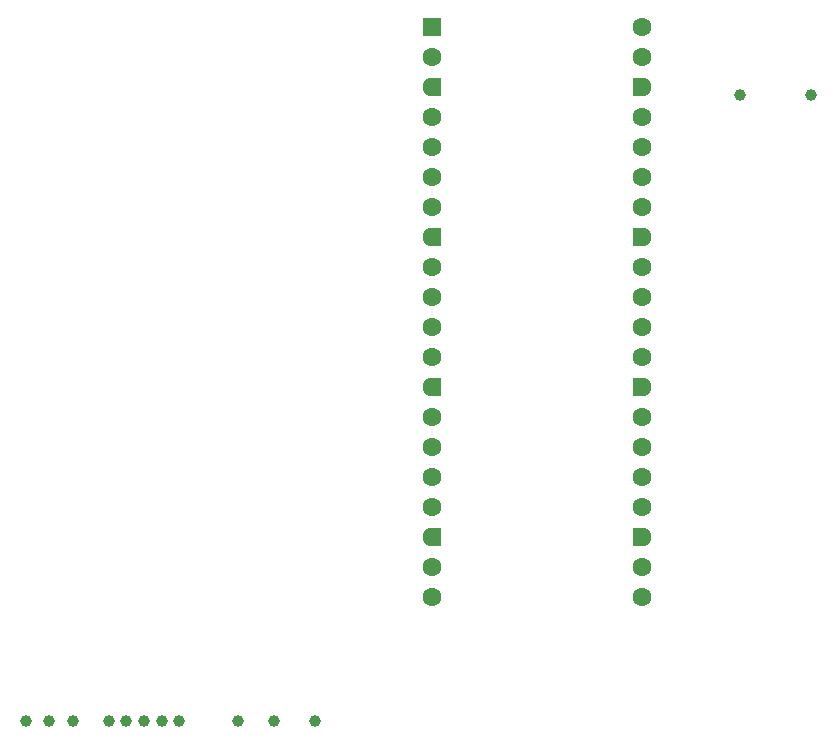
<source format=gbr>
%TF.GenerationSoftware,KiCad,Pcbnew,9.0.1*%
%TF.CreationDate,2025-05-02T16:57:55-04:00*%
%TF.ProjectId,de_fused_pico,64655f66-7573-4656-945f-7069636f2e6b,rev?*%
%TF.SameCoordinates,Original*%
%TF.FileFunction,Copper,L2,Bot*%
%TF.FilePolarity,Positive*%
%FSLAX46Y46*%
G04 Gerber Fmt 4.6, Leading zero omitted, Abs format (unit mm)*
G04 Created by KiCad (PCBNEW 9.0.1) date 2025-05-02 16:57:55*
%MOMM*%
%LPD*%
G01*
G04 APERTURE LIST*
G04 Aperture macros list*
%AMRoundRect*
0 Rectangle with rounded corners*
0 $1 Rounding radius*
0 $2 $3 $4 $5 $6 $7 $8 $9 X,Y pos of 4 corners*
0 Add a 4 corners polygon primitive as box body*
4,1,4,$2,$3,$4,$5,$6,$7,$8,$9,$2,$3,0*
0 Add four circle primitives for the rounded corners*
1,1,$1+$1,$2,$3*
1,1,$1+$1,$4,$5*
1,1,$1+$1,$6,$7*
1,1,$1+$1,$8,$9*
0 Add four rect primitives between the rounded corners*
20,1,$1+$1,$2,$3,$4,$5,0*
20,1,$1+$1,$4,$5,$6,$7,0*
20,1,$1+$1,$6,$7,$8,$9,0*
20,1,$1+$1,$8,$9,$2,$3,0*%
%AMFreePoly0*
4,1,37,0.603843,0.796157,0.639018,0.796157,0.711114,0.766294,0.766294,0.711114,0.796157,0.639018,0.796157,0.603843,0.800000,0.600000,0.800000,-0.600000,0.796157,-0.603843,0.796157,-0.639018,0.766294,-0.711114,0.711114,-0.766294,0.639018,-0.796157,0.603843,-0.796157,0.600000,-0.800000,0.000000,-0.800000,0.000000,-0.796148,-0.078414,-0.796148,-0.232228,-0.765552,-0.377117,-0.705537,
-0.507515,-0.618408,-0.618408,-0.507515,-0.705537,-0.377117,-0.765552,-0.232228,-0.796148,-0.078414,-0.796148,0.078414,-0.765552,0.232228,-0.705537,0.377117,-0.618408,0.507515,-0.507515,0.618408,-0.377117,0.705537,-0.232228,0.765552,-0.078414,0.796148,0.000000,0.796148,0.000000,0.800000,0.600000,0.800000,0.603843,0.796157,0.603843,0.796157,$1*%
%AMFreePoly1*
4,1,37,0.000000,0.796148,0.078414,0.796148,0.232228,0.765552,0.377117,0.705537,0.507515,0.618408,0.618408,0.507515,0.705537,0.377117,0.765552,0.232228,0.796148,0.078414,0.796148,-0.078414,0.765552,-0.232228,0.705537,-0.377117,0.618408,-0.507515,0.507515,-0.618408,0.377117,-0.705537,0.232228,-0.765552,0.078414,-0.796148,0.000000,-0.796148,0.000000,-0.800000,-0.600000,-0.800000,
-0.603843,-0.796157,-0.639018,-0.796157,-0.711114,-0.766294,-0.766294,-0.711114,-0.796157,-0.639018,-0.796157,-0.603843,-0.800000,-0.600000,-0.800000,0.600000,-0.796157,0.603843,-0.796157,0.639018,-0.766294,0.711114,-0.711114,0.766294,-0.639018,0.796157,-0.603843,0.796157,-0.600000,0.800000,0.000000,0.800000,0.000000,0.796148,0.000000,0.796148,$1*%
G04 Aperture macros list end*
%TA.AperFunction,ComponentPad*%
%ADD10C,1.000000*%
%TD*%
%TA.AperFunction,ComponentPad*%
%ADD11RoundRect,0.200000X-0.600000X-0.600000X0.600000X-0.600000X0.600000X0.600000X-0.600000X0.600000X0*%
%TD*%
%TA.AperFunction,ComponentPad*%
%ADD12C,1.600000*%
%TD*%
%TA.AperFunction,ComponentPad*%
%ADD13FreePoly0,0.000000*%
%TD*%
%TA.AperFunction,ComponentPad*%
%ADD14FreePoly1,0.000000*%
%TD*%
G04 APERTURE END LIST*
D10*
%TO.P,REF\u002A\u002A,1*%
%TO.N,N/C*%
X110000000Y-127000000D03*
%TD*%
%TO.P,REF\u002A\u002A,1*%
%TO.N,N/C*%
X101500000Y-127000000D03*
%TD*%
%TO.P,REF\u002A\u002A,1*%
%TO.N,N/C*%
X126000000Y-127000000D03*
%TD*%
%TO.P,REF\u002A\u002A,1*%
%TO.N,N/C*%
X114500000Y-127000000D03*
%TD*%
%TO.P,REF\u002A\u002A,1*%
%TO.N,N/C*%
X122500000Y-127000000D03*
%TD*%
%TO.P,REF\u002A\u002A,1*%
%TO.N,N/C*%
X105500000Y-127000000D03*
%TD*%
D11*
%TO.P,A1,1,GPIO0*%
%TO.N,unconnected-(A1-GPIO0-Pad1)*%
X135920000Y-68240000D03*
D12*
%TO.P,A1,2,GPIO1*%
%TO.N,unconnected-(A1-GPIO1-Pad2)*%
X135920000Y-70780000D03*
D13*
%TO.P,A1,3,GND*%
%TO.N,Net-(A1-GND-Pad13)*%
X135920000Y-73320000D03*
D12*
%TO.P,A1,4,GPIO2*%
%TO.N,unconnected-(A1-GPIO2-Pad4)*%
X135920000Y-75860000D03*
%TO.P,A1,5,GPIO3*%
%TO.N,unconnected-(A1-GPIO3-Pad5)*%
X135920000Y-78400000D03*
%TO.P,A1,6,GPIO4*%
%TO.N,unconnected-(A1-GPIO4-Pad6)*%
X135920000Y-80940000D03*
%TO.P,A1,7,GPIO5*%
%TO.N,unconnected-(A1-GPIO5-Pad7)*%
X135920000Y-83480000D03*
D13*
%TO.P,A1,8,GND*%
%TO.N,Net-(A1-GND-Pad13)*%
X135920000Y-86020000D03*
D12*
%TO.P,A1,9,GPIO6*%
%TO.N,unconnected-(A1-GPIO6-Pad9)*%
X135920000Y-88560000D03*
%TO.P,A1,10,GPIO7*%
%TO.N,unconnected-(A1-GPIO7-Pad10)*%
X135920000Y-91100000D03*
%TO.P,A1,11,GPIO8*%
%TO.N,Net-(A1-GPIO18)*%
X135920000Y-93640000D03*
%TO.P,A1,12,GPIO9*%
%TO.N,unconnected-(A1-GPIO9-Pad12)*%
X135920000Y-96180000D03*
D13*
%TO.P,A1,13,GND*%
%TO.N,Net-(A1-GND-Pad13)*%
X135920000Y-98720000D03*
D12*
%TO.P,A1,14,GPIO10*%
%TO.N,Net-(A1-GPIO10)*%
X135920000Y-101260000D03*
%TO.P,A1,15,GPIO11*%
X135920000Y-103800000D03*
%TO.P,A1,16,GPIO12*%
X135920000Y-106340000D03*
%TO.P,A1,17,GPIO13*%
X135920000Y-108880000D03*
D13*
%TO.P,A1,18,GND*%
%TO.N,Net-(A1-GND-Pad13)*%
X135920000Y-111420000D03*
D12*
%TO.P,A1,19,GPIO14*%
%TO.N,unconnected-(A1-GPIO14-Pad19)*%
X135920000Y-113960000D03*
%TO.P,A1,20,GPIO15*%
%TO.N,unconnected-(A1-GPIO15-Pad20)*%
X135920000Y-116500000D03*
%TO.P,A1,21,GPIO16*%
%TO.N,unconnected-(A1-GPIO16-Pad21)*%
X153700000Y-116500000D03*
%TO.P,A1,22,GPIO17*%
%TO.N,unconnected-(A1-GPIO17-Pad22)*%
X153700000Y-113960000D03*
D14*
%TO.P,A1,23,GND*%
%TO.N,Net-(A1-GND-Pad13)*%
X153700000Y-111420000D03*
D12*
%TO.P,A1,24,GPIO18*%
%TO.N,Net-(A1-GPIO18)*%
X153700000Y-108880000D03*
%TO.P,A1,25,GPIO19*%
X153700000Y-106340000D03*
%TO.P,A1,26,GPIO20*%
X153700000Y-103800000D03*
%TO.P,A1,27,GPIO21*%
X153700000Y-101260000D03*
D14*
%TO.P,A1,28,GND*%
%TO.N,Net-(A1-GND-Pad13)*%
X153700000Y-98720000D03*
D12*
%TO.P,A1,29,GPIO22*%
%TO.N,unconnected-(A1-GPIO22-Pad29)*%
X153700000Y-96180000D03*
%TO.P,A1,30,RUN*%
%TO.N,unconnected-(A1-RUN-Pad30)*%
X153700000Y-93640000D03*
%TO.P,A1,31,GPIO26_ADC0*%
%TO.N,unconnected-(A1-GPIO26_ADC0-Pad31)*%
X153700000Y-91100000D03*
%TO.P,A1,32,GPIO27_ADC1*%
%TO.N,unconnected-(A1-GPIO27_ADC1-Pad32)*%
X153700000Y-88560000D03*
D14*
%TO.P,A1,33,AGND*%
%TO.N,unconnected-(A1-AGND-Pad33)*%
X153700000Y-86020000D03*
D12*
%TO.P,A1,34,GPIO28_ADC2*%
%TO.N,unconnected-(A1-GPIO28_ADC2-Pad34)*%
X153700000Y-83480000D03*
%TO.P,A1,35,ADC_VREF*%
%TO.N,unconnected-(A1-ADC_VREF-Pad35)*%
X153700000Y-80940000D03*
%TO.P,A1,36,3V3*%
%TO.N,unconnected-(A1-3V3-Pad36)*%
X153700000Y-78400000D03*
%TO.P,A1,37,3V3_EN*%
%TO.N,unconnected-(A1-3V3_EN-Pad37)*%
X153700000Y-75860000D03*
D14*
%TO.P,A1,38,GND*%
%TO.N,Net-(A1-GND-Pad13)*%
X153700000Y-73320000D03*
D12*
%TO.P,A1,39,VSYS*%
%TO.N,unconnected-(A1-VSYS-Pad39)*%
X153700000Y-70780000D03*
%TO.P,A1,40,VBUS*%
%TO.N,unconnected-(A1-VBUS-Pad40)*%
X153700000Y-68240000D03*
%TD*%
D10*
%TO.P,REF\u002A\u002A,1*%
%TO.N,N/C*%
X108500000Y-127000000D03*
%TD*%
%TO.P,REF\u002A\u002A,1*%
%TO.N,N/C*%
X103500000Y-127000000D03*
%TD*%
%TO.P,REF\u002A\u002A,1*%
%TO.N,N/C*%
X168000000Y-74000000D03*
%TD*%
%TO.P,REF\u002A\u002A,1*%
%TO.N,N/C*%
X119500000Y-127000000D03*
%TD*%
%TO.P,REF\u002A\u002A,1*%
%TO.N,N/C*%
X113000000Y-127000000D03*
%TD*%
%TO.P,REF\u002A\u002A,1*%
%TO.N,N/C*%
X111500000Y-127000000D03*
%TD*%
%TO.P,REF\u002A\u002A,1*%
%TO.N,N/C*%
X162000000Y-74000000D03*
%TD*%
M02*

</source>
